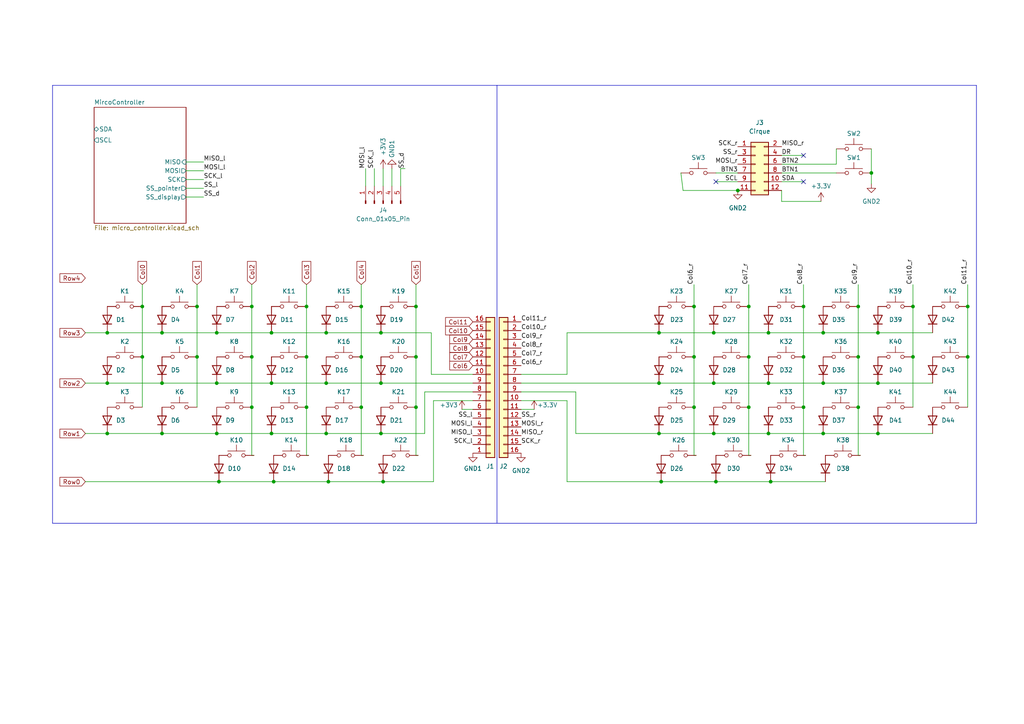
<source format=kicad_sch>
(kicad_sch (version 20230121) (generator eeschema)
  (paper "A4")
  (lib_symbols
    (symbol "Connector:Conn_01x05_Pin" (pin_names (offset 1.016) hide)
      (property "Reference" "J" (at 0 7.62 0))
      (property "Value" "Conn_01x05_Pin" (at 0 -7.62 0))
      (symbol "Conn_01x05_Pin_1_1"
        (polyline (pts (xy 1.27 -5.08) (xy 0.8636 -5.08)) (stroke (width 0.1524)))
        (polyline (pts (xy 1.27 -2.54) (xy 0.8636 -2.54)) (stroke (width 0.1524)))
        (polyline (pts (xy 1.27 0) (xy 0.8636 0)) (stroke (width 0.1524)))
        (polyline (pts (xy 1.27 2.54) (xy 0.8636 2.54)) (stroke (width 0.1524)))
        (polyline (pts (xy 1.27 5.08) (xy 0.8636 5.08)) (stroke (width 0.1524)))
        (rectangle (start 0.8636 -4.953) (end 0 -5.207) (stroke (width 0.1524)) (fill (type outline)))
        (rectangle (start 0.8636 -2.413) (end 0 -2.667) (stroke (width 0.1524)) (fill (type outline)))
        (rectangle (start 0.8636 0.127) (end 0 -0.127) (stroke (width 0.1524)) (fill (type outline)))
        (rectangle (start 0.8636 2.667) (end 0 2.413) (stroke (width 0.1524)) (fill (type outline)))
        (rectangle (start 0.8636 5.207) (end 0 4.953) (stroke (width 0.1524)) (fill (type outline)))
        (pin passive line (at 5.08 5.08 180) (length 3.81) (name "Pin_1") (number "1"))
        (pin passive line (at 5.08 2.54 180) (length 3.81) (name "Pin_2") (number "2"))
        (pin passive line (at 5.08 0 180) (length 3.81) (name "Pin_3") (number "3"))
        (pin passive line (at 5.08 -2.54 180) (length 3.81) (name "Pin_4") (number "4"))
        (pin passive line (at 5.08 -5.08 180) (length 3.81) (name "Pin_5") (number "5"))
      )
    )
    (symbol "Connector_Generic:Conn_01x16" (pin_names (offset 1.016) hide)
      (property "Reference" "J" (at 0 20.32 0))
      (property "Value" "Conn_01x16" (at 0 -22.86 0))
      (symbol "Conn_01x16_1_1"
        (rectangle (start -1.27 -20.193) (end 0 -20.447) (stroke (width 0.1524)))
        (rectangle (start -1.27 -17.653) (end 0 -17.907) (stroke (width 0.1524)))
        (rectangle (start -1.27 -15.113) (end 0 -15.367) (stroke (width 0.1524)))
        (rectangle (start -1.27 -12.573) (end 0 -12.827) (stroke (width 0.1524)))
        (rectangle (start -1.27 -10.033) (end 0 -10.287) (stroke (width 0.1524)))
        (rectangle (start -1.27 -7.493) (end 0 -7.747) (stroke (width 0.1524)))
        (rectangle (start -1.27 -4.953) (end 0 -5.207) (stroke (width 0.1524)))
        (rectangle (start -1.27 -2.413) (end 0 -2.667) (stroke (width 0.1524)))
        (rectangle (start -1.27 0.127) (end 0 -0.127) (stroke (width 0.1524)))
        (rectangle (start -1.27 2.667) (end 0 2.413) (stroke (width 0.1524)))
        (rectangle (start -1.27 5.207) (end 0 4.953) (stroke (width 0.1524)))
        (rectangle (start -1.27 7.747) (end 0 7.493) (stroke (width 0.1524)))
        (rectangle (start -1.27 10.287) (end 0 10.033) (stroke (width 0.1524)))
        (rectangle (start -1.27 12.827) (end 0 12.573) (stroke (width 0.1524)))
        (rectangle (start -1.27 15.367) (end 0 15.113) (stroke (width 0.1524)))
        (rectangle (start -1.27 17.907) (end 0 17.653) (stroke (width 0.1524)))
        (rectangle (start -1.27 19.05) (end 1.27 -21.59) (stroke (width 0.254)) (fill (type background)))
        (pin passive line (at -5.08 17.78 0) (length 3.81) (name "Pin_1") (number "1"))
        (pin passive line (at -5.08 -5.08 0) (length 3.81) (name "Pin_10") (number "10"))
        (pin passive line (at -5.08 -7.62 0) (length 3.81) (name "Pin_11") (number "11"))
        (pin passive line (at -5.08 -10.16 0) (length 3.81) (name "Pin_12") (number "12"))
        (pin passive line (at -5.08 -12.7 0) (length 3.81) (name "Pin_13") (number "13"))
        (pin passive line (at -5.08 -15.24 0) (length 3.81) (name "Pin_14") (number "14"))
        (pin passive line (at -5.08 -17.78 0) (length 3.81) (name "Pin_15") (number "15"))
        (pin passive line (at -5.08 -20.32 0) (length 3.81) (name "Pin_16") (number "16"))
        (pin passive line (at -5.08 15.24 0) (length 3.81) (name "Pin_2") (number "2"))
        (pin passive line (at -5.08 12.7 0) (length 3.81) (name "Pin_3") (number "3"))
        (pin passive line (at -5.08 10.16 0) (length 3.81) (name "Pin_4") (number "4"))
        (pin passive line (at -5.08 7.62 0) (length 3.81) (name "Pin_5") (number "5"))
        (pin passive line (at -5.08 5.08 0) (length 3.81) (name "Pin_6") (number "6"))
        (pin passive line (at -5.08 2.54 0) (length 3.81) (name "Pin_7") (number "7"))
        (pin passive line (at -5.08 0 0) (length 3.81) (name "Pin_8") (number "8"))
        (pin passive line (at -5.08 -2.54 0) (length 3.81) (name "Pin_9") (number "9"))
      )
    )
    (symbol "Connector_Generic:Conn_02x06_Odd_Even" (pin_names (offset 1.016) hide)
      (property "Reference" "J" (at 1.27 7.62 0))
      (property "Value" "Conn_02x06_Odd_Even" (at 1.27 -10.16 0))
      (symbol "Conn_02x06_Odd_Even_1_1"
        (rectangle (start -1.27 -7.493) (end 0 -7.747) (stroke (width 0.1524)))
        (rectangle (start -1.27 -4.953) (end 0 -5.207) (stroke (width 0.1524)))
        (rectangle (start -1.27 -2.413) (end 0 -2.667) (stroke (width 0.1524)))
        (rectangle (start -1.27 0.127) (end 0 -0.127) (stroke (width 0.1524)))
        (rectangle (start -1.27 2.667) (end 0 2.413) (stroke (width 0.1524)))
        (rectangle (start -1.27 5.207) (end 0 4.953) (stroke (width 0.1524)))
        (rectangle (start -1.27 6.35) (end 3.81 -8.89) (stroke (width 0.254)) (fill (type background)))
        (rectangle (start 3.81 -7.493) (end 2.54 -7.747) (stroke (width 0.1524)))
        (rectangle (start 3.81 -4.953) (end 2.54 -5.207) (stroke (width 0.1524)))
        (rectangle (start 3.81 -2.413) (end 2.54 -2.667) (stroke (width 0.1524)))
        (rectangle (start 3.81 0.127) (end 2.54 -0.127) (stroke (width 0.1524)))
        (rectangle (start 3.81 2.667) (end 2.54 2.413) (stroke (width 0.1524)))
        (rectangle (start 3.81 5.207) (end 2.54 4.953) (stroke (width 0.1524)))
        (pin passive line (at -5.08 5.08 0) (length 3.81) (name "Pin_1") (number "1"))
        (pin passive line (at 7.62 -5.08 180) (length 3.81) (name "Pin_10") (number "10"))
        (pin passive line (at -5.08 -7.62 0) (length 3.81) (name "Pin_11") (number "11"))
        (pin passive line (at 7.62 -7.62 180) (length 3.81) (name "Pin_12") (number "12"))
        (pin passive line (at 7.62 5.08 180) (length 3.81) (name "Pin_2") (number "2"))
        (pin passive line (at -5.08 2.54 0) (length 3.81) (name "Pin_3") (number "3"))
        (pin passive line (at 7.62 2.54 180) (length 3.81) (name "Pin_4") (number "4"))
        (pin passive line (at -5.08 0 0) (length 3.81) (name "Pin_5") (number "5"))
        (pin passive line (at 7.62 0 180) (length 3.81) (name "Pin_6") (number "6"))
        (pin passive line (at -5.08 -2.54 0) (length 3.81) (name "Pin_7") (number "7"))
        (pin passive line (at 7.62 -2.54 180) (length 3.81) (name "Pin_8") (number "8"))
        (pin passive line (at -5.08 -5.08 0) (length 3.81) (name "Pin_9") (number "9"))
      )
    )
    (symbol "Diode:1N4148W" (pin_numbers hide) (pin_names hide)
      (property "Reference" "D" (at 0 2.54 0))
      (property "Value" "1N4148W" (at 0 -2.54 0))
      (symbol "1N4148W_0_1"
        (polyline (pts (xy -1.27 1.27) (xy -1.27 -1.27)) (stroke (width 0.254)))
        (polyline (pts (xy 1.27 0) (xy -1.27 0)))
        (polyline (pts (xy 1.27 1.27) (xy 1.27 -1.27) (xy -1.27 0) (xy 1.27 1.27)) (stroke (width 0.254)))
      )
      (symbol "1N4148W_1_1"
        (pin passive line (at -3.81 0 0) (length 2.54) (name "K") (number "1"))
        (pin passive line (at 3.81 0 180) (length 2.54) (name "A") (number "2"))
      )
    )
    (symbol "Switch:SW_Push" (pin_numbers hide) (pin_names (offset 1.016) hide)
      (property "Reference" "SW" (at 1.27 2.54 0))
      (property "Value" "SW_Push" (at 0 -1.524 0))
      (symbol "SW_Push_0_1"
        (circle (center -2.032 0) (radius 0.508))
        (polyline (pts (xy 0 1.27) (xy 0 3.048)))
        (polyline (pts (xy 2.54 1.27) (xy -2.54 1.27)))
        (circle (center 2.032 0) (radius 0.508))
        (pin passive line (at -5.08 0 0) (length 2.54) (name "1") (number "1"))
        (pin passive line (at 5.08 0 180) (length 2.54) (name "2") (number "2"))
      )
    )
    (symbol "power:+3.3V" (power) (pin_names (offset 0))
      (property "Value" "+3.3V" (at 0 3.556 0))
      (symbol "+3.3V_0_1"
        (polyline (pts (xy -0.762 1.27) (xy 0 2.54)))
        (polyline (pts (xy 0 0) (xy 0 2.54)))
        (polyline (pts (xy 0 2.54) (xy 0.762 1.27)))
      )
      (symbol "+3.3V_1_1"
        (pin power_in line (at 0 0 90) (length 0) hide (name "+3.3V") (number "1"))
      )
    )
    (symbol "power:+3V3" (power) (pin_names (offset 0))
      (property "Value" "+3V3" (at 0 3.556 0))
      (symbol "+3V3_0_1"
        (polyline (pts (xy -0.762 1.27) (xy 0 2.54)))
        (polyline (pts (xy 0 0) (xy 0 2.54)))
        (polyline (pts (xy 0 2.54) (xy 0.762 1.27)))
      )
      (symbol "+3V3_1_1"
        (pin power_in line (at 0 0 90) (length 0) hide (name "+3V3") (number "1"))
      )
    )
    (symbol "power:GND1" (power) (pin_names (offset 0))
      (property "Value" "GND1" (at 0 -3.81 0))
      (symbol "GND1_0_1"
        (polyline (pts (xy 0 0) (xy 0 -1.27) (xy 1.27 -1.27) (xy 0 -2.54) (xy -1.27 -1.27) (xy 0 -1.27)))
      )
      (symbol "GND1_1_1"
        (pin power_in line (at 0 0 270) (length 0) hide (name "GND1") (number "1"))
      )
    )
    (symbol "power:GND2" (power) (pin_names (offset 0))
      (property "Value" "GND2" (at 0 -3.81 0))
      (symbol "GND2_0_1"
        (polyline (pts (xy 0 0) (xy 0 -1.27) (xy 1.27 -1.27) (xy 0 -2.54) (xy -1.27 -1.27) (xy 0 -1.27)))
      )
      (symbol "GND2_1_1"
        (pin power_in line (at 0 0 270) (length 0) hide (name "GND2") (number "1"))
      )
    )
  )
  (junction (at 120.65 118.11))
  (junction (at 191.135 111.125))
  (junction (at 94.615 125.73))
  (junction (at 264.795 103.505))
  (junction (at 46.99 111.125))
  (junction (at 94.615 111.125))
  (junction (at 120.65 103.505))
  (junction (at 217.17 118.11))
  (junction (at 233.045 118.11))
  (junction (at 238.76 96.52))
  (junction (at 191.77 139.7))
  (junction (at 73.025 118.11))
  (junction (at 254.635 111.125))
  (junction (at 104.775 88.9))
  (junction (at 78.74 96.52))
  (junction (at 222.885 125.73))
  (junction (at 217.17 103.505))
  (junction (at 207.01 125.73))
  (junction (at 95.25 139.7))
  (junction (at 104.775 103.505))
  (junction (at 31.115 96.52))
  (junction (at 280.67 88.9))
  (junction (at 233.045 103.505))
  (junction (at 238.76 125.73))
  (junction (at 222.885 111.125))
  (junction (at 233.045 88.9))
  (junction (at 222.885 96.52))
  (junction (at 201.295 103.505))
  (junction (at 248.92 118.11))
  (junction (at 79.375 139.7))
  (junction (at 46.99 96.52))
  (junction (at 207.645 139.7))
  (junction (at 248.92 103.505))
  (junction (at 57.15 103.505))
  (junction (at 73.025 103.505))
  (junction (at 41.275 103.505))
  (junction (at 62.865 111.125))
  (junction (at 62.865 125.73))
  (junction (at 46.99 125.73))
  (junction (at 31.115 125.73))
  (junction (at 57.15 88.9))
  (junction (at 248.92 88.9))
  (junction (at 254.635 125.73))
  (junction (at 207.01 111.125))
  (junction (at 73.025 88.9))
  (junction (at 110.49 125.73))
  (junction (at 41.275 88.9))
  (junction (at 280.67 103.505))
  (junction (at 120.65 88.9))
  (junction (at 111.125 139.7))
  (junction (at 264.795 88.9))
  (junction (at 63.5 139.7))
  (junction (at 213.995 55.245))
  (junction (at 223.52 139.7))
  (junction (at 238.76 111.125))
  (junction (at 201.295 118.11))
  (junction (at 252.73 50.165))
  (junction (at 217.17 88.9))
  (junction (at 191.135 96.52))
  (junction (at 31.115 111.125))
  (junction (at 207.01 96.52))
  (junction (at 110.49 111.125))
  (junction (at 110.49 96.52))
  (junction (at 94.615 96.52))
  (junction (at 78.74 125.73))
  (junction (at 88.9 88.9))
  (junction (at 78.74 111.125))
  (junction (at 62.865 96.52))
  (junction (at 88.9 118.11))
  (junction (at 201.295 88.9))
  (junction (at 254.635 96.52))
  (junction (at 191.135 125.73))
  (junction (at 104.775 118.11))
  (junction (at 88.9 103.505))
  (no_connect (at 233.045 52.705))
  (no_connect (at 207.645 52.705))
  (no_connect (at 233.045 45.085))
  (wire (pts (xy 53.975 49.53) (xy 59.055 49.53)))
  (wire (pts (xy 73.025 88.9) (xy 73.025 103.505)))
  (wire (pts (xy 201.295 103.505) (xy 201.295 118.11)))
  (wire (pts (xy 120.65 118.11) (xy 120.65 132.08)))
  (wire (pts (xy 41.275 82.55) (xy 41.275 88.9)))
  (wire (pts (xy 252.73 43.18) (xy 252.73 50.165)))
  (wire (pts (xy 151.13 108.585) (xy 164.465 108.585)))
  (wire (pts (xy 201.295 118.11) (xy 201.295 132.08)))
  (wire (pts (xy 110.49 125.73) (xy 123.19 125.73)))
  (wire (pts (xy 24.765 139.7) (xy 63.5 139.7)))
  (wire (pts (xy 151.13 113.665) (xy 167.005 113.665)))
  (wire (pts (xy 125.095 96.52) (xy 125.095 108.585)))
  (wire (pts (xy 120.65 103.505) (xy 120.65 118.11)))
  (wire (pts (xy 248.92 132.08) (xy 249.555 132.08)))
  (wire (pts (xy 24.765 111.125) (xy 31.115 111.125)))
  (wire (pts (xy 207.01 111.125) (xy 222.885 111.125)))
  (wire (pts (xy 88.9 88.9) (xy 88.9 103.505)))
  (wire (pts (xy 238.76 125.73) (xy 254.635 125.73)))
  (wire (pts (xy 167.005 113.665) (xy 167.005 125.73)))
  (wire (pts (xy 53.975 46.99) (xy 59.055 46.99)))
  (wire (pts (xy 254.635 111.125) (xy 270.51 111.125)))
  (wire (pts (xy 151.13 118.745) (xy 154.94 118.745)))
  (wire (pts (xy 104.775 88.9) (xy 104.775 103.505)))
  (wire (pts (xy 62.865 96.52) (xy 78.74 96.52)))
  (wire (pts (xy 62.865 125.73) (xy 78.74 125.73)))
  (wire (pts (xy 167.005 125.73) (xy 191.135 125.73)))
  (wire (pts (xy 106.045 48.895) (xy 106.045 53.975)))
  (wire (pts (xy 116.205 48.895) (xy 116.205 53.975)))
  (wire (pts (xy 233.045 132.08) (xy 233.68 132.08)))
  (wire (pts (xy 94.615 96.52) (xy 110.49 96.52)))
  (wire (pts (xy 95.25 139.7) (xy 111.125 139.7)))
  (wire (pts (xy 217.17 88.9) (xy 217.17 103.505)))
  (wire (pts (xy 207.01 125.73) (xy 222.885 125.73)))
  (wire (pts (xy 280.67 103.505) (xy 280.67 118.11)))
  (wire (pts (xy 217.17 118.11) (xy 217.17 132.08)))
  (wire (pts (xy 41.275 88.9) (xy 41.275 103.505)))
  (wire (pts (xy 151.13 116.205) (xy 164.465 116.205)))
  (wire (pts (xy 197.485 50.165) (xy 198.12 55.245)))
  (wire (pts (xy 191.77 139.7) (xy 207.645 139.7)))
  (wire (pts (xy 222.885 96.52) (xy 238.76 96.52)))
  (wire (pts (xy 217.17 103.505) (xy 217.17 118.11)))
  (wire (pts (xy 53.975 54.61) (xy 59.055 54.61)))
  (polyline (pts (xy 283.21 151.765) (xy 144.145 151.765)))
  (wire (pts (xy 88.9 132.08) (xy 89.535 132.08)))
  (wire (pts (xy 94.615 111.125) (xy 110.49 111.125)))
  (wire (pts (xy 207.645 50.165) (xy 213.995 50.165)))
  (wire (pts (xy 164.465 108.585) (xy 164.465 96.52)))
  (polyline (pts (xy 144.145 151.13) (xy 144.145 151.765)))
  (wire (pts (xy 217.17 132.08) (xy 217.805 132.08)))
  (wire (pts (xy 222.885 111.125) (xy 238.76 111.125)))
  (wire (pts (xy 191.135 96.52) (xy 207.01 96.52)))
  (wire (pts (xy 94.615 125.73) (xy 110.49 125.73)))
  (wire (pts (xy 31.115 111.125) (xy 46.99 111.125)))
  (wire (pts (xy 113.665 48.895) (xy 113.665 53.975)))
  (wire (pts (xy 104.775 132.08) (xy 105.41 132.08)))
  (wire (pts (xy 73.025 82.55) (xy 73.025 88.9)))
  (wire (pts (xy 111.125 48.895) (xy 111.125 53.975)))
  (wire (pts (xy 264.795 82.55) (xy 264.795 88.9)))
  (wire (pts (xy 201.295 88.9) (xy 201.295 103.505)))
  (wire (pts (xy 88.9 103.505) (xy 88.9 118.11)))
  (wire (pts (xy 46.99 96.52) (xy 62.865 96.52)))
  (wire (pts (xy 46.99 111.125) (xy 62.865 111.125)))
  (wire (pts (xy 264.795 103.505) (xy 264.795 118.11)))
  (wire (pts (xy 73.025 118.11) (xy 73.025 132.08)))
  (wire (pts (xy 191.135 125.73) (xy 207.01 125.73)))
  (wire (pts (xy 280.67 82.55) (xy 280.67 88.9)))
  (wire (pts (xy 252.73 53.34) (xy 252.73 50.165)))
  (wire (pts (xy 78.74 111.125) (xy 94.615 111.125)))
  (wire (pts (xy 207.645 52.705) (xy 213.995 52.705)))
  (wire (pts (xy 57.15 82.55) (xy 57.15 88.9)))
  (wire (pts (xy 63.5 139.7) (xy 79.375 139.7)))
  (wire (pts (xy 57.15 88.9) (xy 57.15 103.505)))
  (wire (pts (xy 233.045 52.705) (xy 226.695 52.705)))
  (wire (pts (xy 217.17 82.55) (xy 217.17 88.9)))
  (wire (pts (xy 104.775 118.11) (xy 104.775 132.08)))
  (wire (pts (xy 238.76 111.125) (xy 254.635 111.125)))
  (wire (pts (xy 110.49 96.52) (xy 125.095 96.52)))
  (wire (pts (xy 191.135 111.125) (xy 207.01 111.125)))
  (wire (pts (xy 222.885 125.73) (xy 238.76 125.73)))
  (wire (pts (xy 201.295 132.08) (xy 201.93 132.08)))
  (wire (pts (xy 254.635 96.52) (xy 270.51 96.52)))
  (wire (pts (xy 125.73 139.7) (xy 125.73 116.205)))
  (wire (pts (xy 248.92 103.505) (xy 248.92 118.11)))
  (wire (pts (xy 73.025 132.08) (xy 73.66 132.08)))
  (wire (pts (xy 226.695 55.245) (xy 226.695 58.42)))
  (wire (pts (xy 201.295 82.55) (xy 201.295 88.9)))
  (wire (pts (xy 120.65 88.9) (xy 120.65 103.505)))
  (wire (pts (xy 46.99 125.73) (xy 62.865 125.73)))
  (wire (pts (xy 104.775 82.55) (xy 104.775 88.9)))
  (polyline (pts (xy 283.21 24.765) (xy 283.21 151.765)))
  (wire (pts (xy 24.765 125.73) (xy 31.115 125.73)))
  (polyline (pts (xy 15.24 151.765) (xy 144.145 151.765)))
  (wire (pts (xy 226.695 47.625) (xy 242.57 47.625)))
  (wire (pts (xy 78.74 125.73) (xy 94.615 125.73)))
  (wire (pts (xy 123.19 125.73) (xy 123.19 113.665)))
  (wire (pts (xy 164.465 116.205) (xy 164.465 139.7)))
  (wire (pts (xy 111.125 139.7) (xy 125.73 139.7)))
  (wire (pts (xy 207.645 139.7) (xy 223.52 139.7)))
  (wire (pts (xy 53.975 57.15) (xy 59.055 57.15)))
  (wire (pts (xy 125.73 116.205) (xy 137.16 116.205)))
  (wire (pts (xy 117.475 48.895) (xy 116.205 48.895)))
  (wire (pts (xy 88.9 82.55) (xy 88.9 88.9)))
  (wire (pts (xy 62.865 111.125) (xy 78.74 111.125)))
  (wire (pts (xy 248.92 82.55) (xy 248.92 88.9)))
  (wire (pts (xy 73.025 103.505) (xy 73.025 118.11)))
  (wire (pts (xy 164.465 139.7) (xy 191.77 139.7)))
  (wire (pts (xy 79.375 139.7) (xy 95.25 139.7)))
  (wire (pts (xy 120.65 82.55) (xy 120.65 88.9)))
  (wire (pts (xy 223.52 139.7) (xy 239.395 139.7)))
  (wire (pts (xy 233.045 88.9) (xy 233.045 103.505)))
  (polyline (pts (xy 144.145 24.765) (xy 283.21 24.765)))
  (wire (pts (xy 88.9 118.11) (xy 88.9 132.08)))
  (wire (pts (xy 31.115 96.52) (xy 46.99 96.52)))
  (wire (pts (xy 108.585 48.895) (xy 108.585 53.975)))
  (wire (pts (xy 226.695 58.42) (xy 238.125 58.42)))
  (wire (pts (xy 133.985 118.745) (xy 137.16 118.745)))
  (wire (pts (xy 110.49 111.125) (xy 137.16 111.125)))
  (wire (pts (xy 264.795 88.9) (xy 264.795 103.505)))
  (wire (pts (xy 233.045 118.11) (xy 233.045 132.08)))
  (wire (pts (xy 24.765 96.52) (xy 31.115 96.52)))
  (polyline (pts (xy 144.145 151.13) (xy 144.145 24.765)))
  (wire (pts (xy 248.92 118.11) (xy 248.92 132.08)))
  (wire (pts (xy 78.74 96.52) (xy 94.615 96.52)))
  (wire (pts (xy 41.275 103.505) (xy 41.275 118.11)))
  (wire (pts (xy 207.01 96.52) (xy 222.885 96.52)))
  (wire (pts (xy 120.65 132.08) (xy 121.285 132.08)))
  (wire (pts (xy 238.76 96.52) (xy 254.635 96.52)))
  (wire (pts (xy 248.92 88.9) (xy 248.92 103.505)))
  (wire (pts (xy 198.12 55.245) (xy 213.995 55.245)))
  (wire (pts (xy 104.775 103.505) (xy 104.775 118.11)))
  (wire (pts (xy 226.695 50.165) (xy 242.57 50.165)))
  (wire (pts (xy 254.635 125.73) (xy 270.51 125.73)))
  (wire (pts (xy 242.57 47.625) (xy 242.57 43.18)))
  (wire (pts (xy 57.15 103.505) (xy 57.15 118.11)))
  (wire (pts (xy 226.695 45.085) (xy 233.045 45.085)))
  (wire (pts (xy 151.13 111.125) (xy 191.135 111.125)))
  (polyline (pts (xy 15.24 24.765) (xy 15.24 151.765)))
  (wire (pts (xy 233.045 82.55) (xy 233.045 88.9)))
  (wire (pts (xy 233.045 103.505) (xy 233.045 118.11)))
  (wire (pts (xy 137.16 108.585) (xy 125.095 108.585)))
  (wire (pts (xy 53.975 52.07) (xy 59.055 52.07)))
  (wire (pts (xy 280.67 88.9) (xy 280.67 103.505)))
  (wire (pts (xy 123.19 113.665) (xy 137.16 113.665)))
  (wire (pts (xy 31.115 125.73) (xy 46.99 125.73)))
  (polyline (pts (xy 144.145 24.765) (xy 15.24 24.765)))
  (wire (pts (xy 164.465 96.52) (xy 191.135 96.52)))
  (label "MOSI_l" (at 59.055 49.53 0))
  (label "SCK_l" (at 108.585 48.895 90))
  (label "Col7_r" (at 151.13 103.505 0))
  (label "MOSI_l" (at 106.045 48.895 90))
  (label "MOSI_r" (at 213.995 47.625 180))
  (label "Col11_r" (at 151.13 93.345 0))
  (label "SCK_r" (at 151.13 128.905 0))
  (label "SS_l" (at 137.16 121.285 180))
  (label "BTN2" (at 226.695 47.625 0))
  (label "SCK_l" (at 137.16 128.905 180))
  (label "SS_l" (at 59.055 54.61 0))
  (label "SS_r" (at 213.995 45.085 180))
  (label "SS_d" (at 59.055 57.15 0))
  (label "Col8_r" (at 233.045 82.55 90))
  (label "DR" (at 226.695 45.085 0))
  (label "MISO_r" (at 226.695 42.545 0))
  (label "MISO_l" (at 137.16 126.365 180))
  (label "Col10_r" (at 151.13 95.885 0))
  (label "MISO_l" (at 59.055 46.99 0))
  (label "Col9_r" (at 151.13 98.425 0))
  (label "Col6_r" (at 201.295 82.55 90))
  (label "Col10_r" (at 264.795 82.55 90))
  (label "SS_d" (at 117.475 48.895 90))
  (label "Col11_r" (at 280.67 82.55 90))
  (label "SCL" (at 213.995 52.705 180))
  (label "SDA" (at 226.695 52.705 0))
  (label "SCK_r" (at 213.995 42.545 180))
  (label "BTN3" (at 213.995 50.165 180))
  (label "Col7_r" (at 217.17 82.55 90))
  (label "SS_r" (at 151.13 121.285 0))
  (label "Col6_r" (at 151.13 106.045 0))
  (label "MISO_r" (at 151.13 126.365 0))
  (label "MOSI_l" (at 137.16 123.825 180))
  (label "Col8_r" (at 151.13 100.965 0))
  (label "SCK_l" (at 59.055 52.07 0))
  (label "Col9_r" (at 248.92 82.55 90))
  (label "MOSI_r" (at 151.13 123.825 0))
  (label "BTN1" (at 226.695 50.165 0))
  (global_label "Col9" (shape input) (at 137.16 98.425 180) (property "Intersheetrefs" "${INTERSHEET_REFS}" (effects hide)))
  (global_label "Row4" (shape input) (at 24.765 80.645 180) (property "Intersheetrefs" "${INTERSHEET_REFS}" (effects hide)))
  (global_label "Col8" (shape input) (at 137.16 100.965 180) (property "Intersheetrefs" "${INTERSHEET_REFS}" (effects hide)))
  (global_label "Row3" (shape input) (at 24.765 96.52 180) (property "Intersheetrefs" "${INTERSHEET_REFS}" (effects hide)))
  (global_label "Col3" (shape input) (at 88.9 82.55 90) (property "Intersheetrefs" "${INTERSHEET_REFS}" (effects hide)))
  (global_label "Col10" (shape input) (at 137.16 95.885 180) (property "Intersheetrefs" "${INTERSHEET_REFS}" (effects hide)))
  (global_label "Col1" (shape input) (at 57.15 82.55 90) (property "Intersheetrefs" "${INTERSHEET_REFS}" (effects hide)))
  (global_label "Col4" (shape input) (at 104.775 82.55 90) (property "Intersheetrefs" "${INTERSHEET_REFS}" (effects hide)))
  (global_label "Row0" (shape input) (at 24.765 139.7 180) (property "Intersheetrefs" "${INTERSHEET_REFS}" (effects hide)))
  (global_label "Col7" (shape input) (at 137.16 103.505 180) (property "Intersheetrefs" "${INTERSHEET_REFS}" (effects hide)))
  (global_label "Col6" (shape input) (at 137.16 106.045 180) (property "Intersheetrefs" "${INTERSHEET_REFS}" (effects hide)))
  (global_label "Row1" (shape input) (at 24.765 125.73 180) (property "Intersheetrefs" "${INTERSHEET_REFS}" (effects hide)))
  (global_label "Col2" (shape input) (at 73.025 82.55 90) (property "Intersheetrefs" "${INTERSHEET_REFS}" (effects hide)))
  (global_label "Col0" (shape input) (at 41.275 82.55 90) (property "Intersheetrefs" "${INTERSHEET_REFS}" (effects hide)))
  (global_label "Col11" (shape input) (at 137.16 93.345 180) (property "Intersheetrefs" "${INTERSHEET_REFS}" (effects hide)))
  (global_label "Row2" (shape input) (at 24.765 111.125 180) (property "Intersheetrefs" "${INTERSHEET_REFS}" (effects hide)))
  (global_label "Col5" (shape input) (at 120.65 82.55 90) (property "Intersheetrefs" "${INTERSHEET_REFS}" (effects hide)))
  (symbol (lib_id "Diode:1N4148W") (at 222.885 92.71 90) (unit 1)
    (property "Reference" "D31" (at 226.06 92.7099 90) (effects (justify right)))
    (property "Value" "1N4148W" (effects hide))
    (property "Footprint" "Diode_SMD:D_SOD-123" (effects hide))
    (property "Datasheet" "https://www.vishay.com/docs/85748/1n4148w.pdf" (effects hide))
  )
  (symbol (lib_id "power:+3.3V") (at 238.125 58.42 0) (unit 1)
    (property "Reference" "#PWR0101" (effects hide))
    (property "Value" "+3.3V" (at 238.125 53.975 0))
  )
  (symbol (lib_id "Switch:SW_Push") (at 227.965 103.505 0) (unit 1)
    (property "Reference" "K32" (at 227.965 99.06 0))
    (property "Value" "SW_Push" (effects hide))
    (property "Footprint" "keyswitches:Kailh_socket_PG1350_1.0u" (effects hide))
  )
  (symbol (lib_id "Switch:SW_Push") (at 275.59 118.11 0) (unit 1)
    (property "Reference" "K44" (at 275.59 113.665 0))
    (property "Value" "SW_Push" (effects hide))
    (property "Footprint" "keyswitches:Kailh_socket_PG1350_1.0u" (effects hide))
  )
  (symbol (lib_id "Switch:SW_Push") (at 115.57 88.9 0) (unit 1)
    (property "Reference" "K19" (at 115.57 84.455 0))
    (property "Value" "SW_Push" (effects hide))
    (property "Footprint" "keyswitches:Kailh_socket_PG1350_1.0u" (effects hide))
  )
  (symbol (lib_id "Switch:SW_Push") (at 243.84 88.9 0) (unit 1)
    (property "Reference" "K35" (at 243.84 84.455 0))
    (property "Value" "SW_Push" (effects hide))
    (property "Footprint" "keyswitches:Kailh_socket_PG1350_1.0u" (effects hide))
  )
  (symbol (lib_id "Switch:SW_Push") (at 244.475 132.08 0) (unit 1)
    (property "Reference" "K38" (at 244.475 127.635 0))
    (property "Value" "SW_Push" (effects hide))
    (property "Footprint" "keyswitches:Kailh_socket_PG1350_1.5u" (effects hide))
  )
  (symbol (lib_id "Switch:SW_Push") (at 259.715 88.9 0) (unit 1)
    (property "Reference" "K39" (at 259.715 84.455 0))
    (property "Value" "SW_Push" (effects hide))
    (property "Footprint" "keyswitches:Kailh_socket_PG1350_1.0u" (effects hide))
  )
  (symbol (lib_id "Switch:SW_Push") (at 67.945 88.9 0) (unit 1)
    (property "Reference" "K7" (at 67.945 84.455 0))
    (property "Value" "SW_Push" (effects hide))
    (property "Footprint" "keyswitches:Kailh_socket_PG1350_1.0u" (effects hide))
  )
  (symbol (lib_id "Diode:1N4148W") (at 222.885 121.92 90) (unit 1)
    (property "Reference" "D33" (at 226.06 121.9199 90) (effects (justify right)))
    (property "Value" "1N4148W" (effects hide))
    (property "Footprint" "Diode_SMD:D_SOD-123" (effects hide))
    (property "Datasheet" "https://www.vishay.com/docs/85748/1n4148w.pdf" (effects hide))
  )
  (symbol (lib_id "Diode:1N4148W") (at 31.115 121.92 90) (unit 1)
    (property "Reference" "D3" (at 33.655 121.9199 90) (effects (justify right)))
    (property "Value" "1N4148W" (effects hide))
    (property "Footprint" "Diode_SMD:D_SOD-123" (effects hide))
    (property "Datasheet" "https://www.vishay.com/docs/85748/1n4148w.pdf" (effects hide))
  )
  (symbol (lib_id "Diode:1N4148W") (at 270.51 107.315 90) (unit 1)
    (property "Reference" "D43" (at 273.05 107.3149 90) (effects (justify right)))
    (property "Value" "1N4148W" (effects hide))
    (property "Footprint" "Diode_SMD:D_SOD-123" (effects hide))
    (property "Datasheet" "https://www.vishay.com/docs/85748/1n4148w.pdf" (effects hide))
  )
  (symbol (lib_id "Diode:1N4148W") (at 110.49 92.71 90) (unit 1)
    (property "Reference" "D19" (at 113.03 92.7099 90) (effects (justify right)))
    (property "Value" "1N4148W" (effects hide))
    (property "Footprint" "Diode_SMD:D_SOD-123" (effects hide))
    (property "Datasheet" "https://www.vishay.com/docs/85748/1n4148w.pdf" (effects hide))
  )
  (symbol (lib_id "Diode:1N4148W") (at 207.01 92.71 90) (unit 1)
    (property "Reference" "D27" (at 209.55 92.7099 90) (effects (justify right)))
    (property "Value" "1N4148W" (effects hide))
    (property "Footprint" "Diode_SMD:D_SOD-123" (effects hide))
    (property "Datasheet" "https://www.vishay.com/docs/85748/1n4148w.pdf" (effects hide))
  )
  (symbol (lib_id "Diode:1N4148W") (at 62.865 107.315 90) (unit 1)
    (property "Reference" "D8" (at 65.405 107.3149 90) (effects (justify right)))
    (property "Value" "1N4148W" (effects hide))
    (property "Footprint" "Diode_SMD:D_SOD-123" (effects hide))
    (property "Datasheet" "https://www.vishay.com/docs/85748/1n4148w.pdf" (effects hide))
  )
  (symbol (lib_id "Diode:1N4148W") (at 78.74 107.315 90) (unit 1)
    (property "Reference" "D12" (at 81.28 107.3149 90) (effects (justify right)))
    (property "Value" "1N4148W" (effects hide))
    (property "Footprint" "Diode_SMD:D_SOD-123" (effects hide))
    (property "Datasheet" "https://www.vishay.com/docs/85748/1n4148w.pdf" (effects hide))
  )
  (symbol (lib_id "Diode:1N4148W") (at 270.51 121.92 90) (unit 1)
    (property "Reference" "D44" (at 273.05 121.9199 90) (effects (justify right)))
    (property "Value" "1N4148W" (effects hide))
    (property "Footprint" "Diode_SMD:D_SOD-123" (effects hide))
    (property "Datasheet" "https://www.vishay.com/docs/85748/1n4148w.pdf" (effects hide))
  )
  (symbol (lib_id "Switch:SW_Push") (at 116.205 132.08 0) (unit 1)
    (property "Reference" "K22" (at 116.205 127.635 0))
    (property "Value" "SW_Push" (effects hide))
    (property "Footprint" "keyswitches:Kailh_socket_PG1350_1.0u" (effects hide))
  )
  (symbol (lib_id "Diode:1N4148W") (at 191.77 135.89 90) (unit 1)
    (property "Reference" "D26" (at 194.31 135.8899 90) (effects (justify right)))
    (property "Value" "1N4148W" (effects hide))
    (property "Footprint" "Diode_SMD:D_SOD-123" (effects hide))
    (property "Datasheet" "https://www.vishay.com/docs/85748/1n4148w.pdf" (effects hide))
  )
  (symbol (lib_id "Connector:Conn_01x05_Pin") (at 111.125 59.055 90) (unit 1)
    (property "Reference" "J4" (at 111.125 60.96 90))
    (property "Value" "Conn_01x05_Pin" (at 111.125 63.5 90))
    (property "Footprint" "Connector_PinHeader_2.00mm:PinHeader_1x05_P2.00mm_Vertical" (effects hide))
  )
  (symbol (lib_id "Switch:SW_Push") (at 247.65 43.18 0) (unit 1)
    (property "Reference" "SW2" (at 247.65 38.735 0))
    (property "Value" "SW_Push" (effects hide))
    (property "Footprint" "Button_Switch_THT:SW_PUSH_6mm_H5mm" (effects hide))
  )
  (symbol (lib_id "Switch:SW_Push") (at 227.965 118.11 0) (unit 1)
    (property "Reference" "K33" (at 227.965 113.665 0))
    (property "Value" "SW_Push" (effects hide))
    (property "Footprint" "keyswitches:Kailh_socket_PG1350_1.0u" (effects hide))
  )
  (symbol (lib_id "Diode:1N4148W") (at 110.49 107.315 90) (unit 1)
    (property "Reference" "D20" (at 113.03 107.3149 90) (effects (justify right)))
    (property "Value" "1N4148W" (effects hide))
    (property "Footprint" "Diode_SMD:D_SOD-123" (effects hide))
    (property "Datasheet" "https://www.vishay.com/docs/85748/1n4148w.pdf" (effects hide))
  )
  (symbol (lib_id "power:GND1") (at 113.665 48.895 180) (unit 1)
    (property "Reference" "#PWR02" (effects hide))
    (property "Value" "GND1" (at 113.665 43.18 90))
  )
  (symbol (lib_id "Diode:1N4148W") (at 79.375 135.89 90) (unit 1)
    (property "Reference" "D14" (at 81.915 135.8899 90) (effects (justify right)))
    (property "Value" "1N4148W" (effects hide))
    (property "Footprint" "Diode_SMD:D_SOD-123" (effects hide))
    (property "Datasheet" "https://www.vishay.com/docs/85748/1n4148w.pdf" (effects hide))
  )
  (symbol (lib_id "Connector_Generic:Conn_01x16") (at 142.24 113.665 0) (mirror x) (unit 1)
    (property "Reference" "J1" (at 140.97 135.255 0) (effects (justify left)))
    (property "Value" "Conn_01x16" (effects hide))
    (property "Footprint" "Connector_FFC-FPC:Molex_200528-0160_1x16-1MP_P1.00mm_Horizontal" (effects hide))
  )
  (symbol (lib_id "Switch:SW_Push") (at 99.695 118.11 0) (unit 1)
    (property "Reference" "K17" (at 99.695 113.665 0))
    (property "Value" "SW_Push" (effects hide))
    (property "Footprint" "keyswitches:Kailh_socket_PG1350_1.0u" (effects hide))
  )
  (symbol (lib_id "Diode:1N4148W") (at 62.865 92.71 90) (unit 1)
    (property "Reference" "D7" (at 65.405 92.7099 90) (effects (justify right)))
    (property "Value" "1N4148W" (effects hide))
    (property "Footprint" "Diode_SMD:D_SOD-123" (effects hide))
    (property "Datasheet" "https://www.vishay.com/docs/85748/1n4148w.pdf" (effects hide))
  )
  (symbol (lib_id "Diode:1N4148W") (at 238.76 92.71 90) (unit 1)
    (property "Reference" "D35" (at 241.3 92.7099 90) (effects (justify right)))
    (property "Value" "1N4148W" (effects hide))
    (property "Footprint" "Diode_SMD:D_SOD-123" (effects hide))
    (property "Datasheet" "https://www.vishay.com/docs/85748/1n4148w.pdf" (effects hide))
  )
  (symbol (lib_id "Diode:1N4148W") (at 270.51 92.71 90) (unit 1)
    (property "Reference" "D42" (at 273.05 92.7099 90) (effects (justify right)))
    (property "Value" "1N4148W" (effects hide))
    (property "Footprint" "Diode_SMD:D_SOD-123" (effects hide))
    (property "Datasheet" "https://www.vishay.com/docs/85748/1n4148w.pdf" (effects hide))
  )
  (symbol (lib_id "Switch:SW_Push") (at 228.6 132.08 0) (unit 1)
    (property "Reference" "K34" (at 228.6 127.635 0))
    (property "Value" "SW_Push" (effects hide))
    (property "Footprint" "keyswitches:Kailh_socket_PG1350_1.0u" (effects hide))
  )
  (symbol (lib_id "Switch:SW_Push") (at 202.565 50.165 0) (mirror y) (unit 1)
    (property "Reference" "SW3" (at 202.565 45.72 0))
    (property "Value" "SW_Push" (effects hide))
    (property "Footprint" "Button_Switch_THT:SW_PUSH_6mm_H5mm" (effects hide))
  )
  (symbol (lib_id "Diode:1N4148W") (at 78.74 92.71 90) (unit 1)
    (property "Reference" "D11" (at 81.28 92.7099 90) (effects (justify right)))
    (property "Value" "1N4148W" (effects hide))
    (property "Footprint" "Diode_SMD:D_SOD-123" (effects hide))
    (property "Datasheet" "https://www.vishay.com/docs/85748/1n4148w.pdf" (effects hide))
  )
  (symbol (lib_id "Diode:1N4148W") (at 110.49 121.92 90) (unit 1)
    (property "Reference" "D21" (at 113.03 121.9199 90) (effects (justify right)))
    (property "Value" "1N4148W" (effects hide))
    (property "Footprint" "Diode_SMD:D_SOD-123" (effects hide))
    (property "Datasheet" "https://www.vishay.com/docs/85748/1n4148w.pdf" (effects hide))
  )
  (symbol (lib_id "Switch:SW_Push") (at 196.215 118.11 0) (unit 1)
    (property "Reference" "K25" (at 196.215 113.665 0))
    (property "Value" "SW_Push" (effects hide))
    (property "Footprint" "keyswitches:Kailh_socket_PG1350_1.0u" (effects hide))
  )
  (symbol (lib_id "Switch:SW_Push") (at 275.59 88.9 0) (unit 1)
    (property "Reference" "K42" (at 275.59 84.455 0))
    (property "Value" "SW_Push" (effects hide))
    (property "Footprint" "keyswitches:Kailh_socket_PG1350_1.0u" (effects hide))
  )
  (symbol (lib_id "Switch:SW_Push") (at 275.59 103.505 0) (unit 1)
    (property "Reference" "K43" (at 275.59 99.06 0))
    (property "Value" "SW_Push" (effects hide))
    (property "Footprint" "keyswitches:Kailh_socket_PG1350_1.0u" (effects hide))
  )
  (symbol (lib_id "Switch:SW_Push") (at 115.57 118.11 0) (unit 1)
    (property "Reference" "K21" (at 115.57 113.665 0))
    (property "Value" "SW_Push" (effects hide))
    (property "Footprint" "keyswitches:Kailh_socket_PG1350_1.0u" (effects hide))
  )
  (symbol (lib_id "power:GND2") (at 151.13 131.445 0) (unit 1)
    (property "Reference" "#PWR0106" (effects hide))
    (property "Value" "GND2" (at 151.13 136.525 0))
  )
  (symbol (lib_id "Diode:1N4148W") (at 46.99 121.92 90) (unit 1)
    (property "Reference" "D6" (at 49.53 121.9199 90) (effects (justify right)))
    (property "Value" "1N4148W" (effects hide))
    (property "Footprint" "Diode_SMD:D_SOD-123" (effects hide))
    (property "Datasheet" "https://www.vishay.com/docs/85748/1n4148w.pdf" (effects hide))
  )
  (symbol (lib_id "Switch:SW_Push") (at 196.215 103.505 0) (unit 1)
    (property "Reference" "K24" (at 196.215 99.06 0))
    (property "Value" "SW_Push" (effects hide))
    (property "Footprint" "keyswitches:Kailh_socket_PG1350_1.0u" (effects hide))
  )
  (symbol (lib_id "Switch:SW_Push") (at 99.695 88.9 0) (unit 1)
    (property "Reference" "K15" (at 99.695 84.455 0))
    (property "Value" "SW_Push" (effects hide))
    (property "Footprint" "keyswitches:Kailh_socket_PG1350_1.0u" (effects hide))
  )
  (symbol (lib_id "Switch:SW_Push") (at 36.195 88.9 0) (unit 1)
    (property "Reference" "K1" (at 36.195 84.455 0))
    (property "Value" "SW_Push" (effects hide))
    (property "Footprint" "keyswitches:Kailh_socket_PG1350_1.0u" (effects hide))
  )
  (symbol (lib_id "Diode:1N4148W") (at 191.135 121.92 90) (unit 1)
    (property "Reference" "D25" (at 194.31 121.9199 90) (effects (justify right)))
    (property "Value" "1N4148W" (effects hide))
    (property "Footprint" "Diode_SMD:D_SOD-123" (effects hide))
    (property "Datasheet" "https://www.vishay.com/docs/85748/1n4148w.pdf" (effects hide))
  )
  (symbol (lib_id "Diode:1N4148W") (at 95.25 135.89 90) (unit 1)
    (property "Reference" "D18" (at 97.79 135.8899 90) (effects (justify right)))
    (property "Value" "1N4148W" (effects hide))
    (property "Footprint" "Diode_SMD:D_SOD-123" (effects hide))
    (property "Datasheet" "https://www.vishay.com/docs/85748/1n4148w.pdf" (effects hide))
  )
  (symbol (lib_id "Diode:1N4148W") (at 223.52 135.89 90) (unit 1)
    (property "Reference" "D34" (at 226.06 135.8899 90) (effects (justify right)))
    (property "Value" "1N4148W" (effects hide))
    (property "Footprint" "Diode_SMD:D_SOD-123" (effects hide))
    (property "Datasheet" "https://www.vishay.com/docs/85748/1n4148w.pdf" (effects hide))
  )
  (symbol (lib_id "power:+3V3") (at 133.985 118.745 0) (unit 1)
    (property "Reference" "#PWR0105" (effects hide))
    (property "Value" "+3V3" (at 130.175 117.475 0))
  )
  (symbol (lib_id "Diode:1N4148W") (at 254.635 92.71 90) (unit 1)
    (property "Reference" "D39" (at 257.81 92.7099 90) (effects (justify right)))
    (property "Value" "1N4148W" (effects hide))
    (property "Footprint" "Diode_SMD:D_SOD-123" (effects hide))
    (property "Datasheet" "https://www.vishay.com/docs/85748/1n4148w.pdf" (effects hide))
  )
  (symbol (lib_id "Switch:SW_Push") (at 243.84 118.11 0) (unit 1)
    (property "Reference" "K37" (at 243.84 113.665 0))
    (property "Value" "SW_Push" (effects hide))
    (property "Footprint" "keyswitches:Kailh_socket_PG1350_1.0u" (effects hide))
  )
  (symbol (lib_id "Switch:SW_Push") (at 247.65 50.165 0) (unit 1)
    (property "Reference" "SW1" (at 247.65 45.72 0))
    (property "Value" "SW_Push" (effects hide))
    (property "Footprint" "Button_Switch_THT:SW_PUSH_6mm_H5mm" (effects hide))
  )
  (symbol (lib_id "Switch:SW_Push") (at 83.82 103.505 0) (unit 1)
    (property "Reference" "K12" (at 83.82 99.06 0))
    (property "Value" "SW_Push" (effects hide))
    (property "Footprint" "keyswitches:Kailh_socket_PG1350_1.0u" (effects hide))
  )
  (symbol (lib_id "Connector_Generic:Conn_02x06_Odd_Even") (at 219.075 47.625 0) (unit 1)
    (property "Reference" "J3" (at 220.345 35.56 0))
    (property "Value" "Cirque" (at 220.345 38.1 0))
    (property "Footprint" "Connector_FFC-FPC:Hirose_FH12-12S-0.5SH_1x12-1MP_P0.50mm_Horizontal" (effects hide))
  )
  (symbol (lib_id "Switch:SW_Push") (at 212.725 132.08 0) (unit 1)
    (property "Reference" "K30" (at 212.725 127.635 0))
    (property "Value" "SW_Push" (effects hide))
    (property "Footprint" "keyswitches:Kailh_socket_PG1350_1.5u" (effects hide))
  )
  (symbol (lib_id "Switch:SW_Push") (at 212.09 88.9 0) (unit 1)
    (property "Reference" "K27" (at 212.09 84.455 0))
    (property "Value" "SW_Push" (effects hide))
    (property "Footprint" "keyswitches:Kailh_socket_PG1350_1.0u" (effects hide))
  )
  (symbol (lib_id "Switch:SW_Push") (at 36.195 118.11 0) (unit 1)
    (property "Reference" "K3" (at 36.195 113.665 0))
    (property "Value" "SW_Push" (effects hide))
    (property "Footprint" "keyswitches:Kailh_socket_PG1350_1.0u" (effects hide))
  )
  (symbol (lib_id "Diode:1N4148W") (at 238.76 107.315 90) (unit 1)
    (property "Reference" "D36" (at 241.3 107.3149 90) (effects (justify right)))
    (property "Value" "1N4148W" (effects hide))
    (property "Footprint" "Diode_SMD:D_SOD-123" (effects hide))
    (property "Datasheet" "https://www.vishay.com/docs/85748/1n4148w.pdf" (effects hide))
  )
  (symbol (lib_id "Diode:1N4148W") (at 238.76 121.92 90) (unit 1)
    (property "Reference" "D37" (at 241.3 121.9199 90) (effects (justify right)))
    (property "Value" "1N4148W" (effects hide))
    (property "Footprint" "Diode_SMD:D_SOD-123" (effects hide))
    (property "Datasheet" "https://www.vishay.com/docs/85748/1n4148w.pdf" (effects hide))
  )
  (symbol (lib_id "Switch:SW_Push") (at 243.84 103.505 0) (unit 1)
    (property "Reference" "K36" (at 243.84 99.06 0))
    (property "Value" "SW_Push" (effects hide))
    (property "Footprint" "keyswitches:Kailh_socket_PG1350_1.0u" (effects hide))
  )
  (symbol (lib_id "Diode:1N4148W") (at 31.115 107.315 90) (unit 1)
    (property "Reference" "D2" (at 33.655 107.3149 90) (effects (justify right)))
    (property "Value" "1N4148W" (effects hide))
    (property "Footprint" "Diode_SMD:D_SOD-123" (effects hide))
    (property "Datasheet" "https://www.vishay.com/docs/85748/1n4148w.pdf" (effects hide))
  )
  (symbol (lib_id "Switch:SW_Push") (at 68.58 132.08 0) (unit 1)
    (property "Reference" "K10" (at 68.58 127.635 0))
    (property "Value" "SW_Push" (effects hide))
    (property "Footprint" "keyswitches:Kailh_socket_PG1350_1.5u" (effects hide))
  )
  (symbol (lib_id "Switch:SW_Push") (at 196.85 132.08 0) (unit 1)
    (property "Reference" "K26" (at 196.85 127.635 0))
    (property "Value" "SW_Push" (effects hide))
    (property "Footprint" "keyswitches:Kailh_socket_PG1350_1.0u" (effects hide))
  )
  (symbol (lib_id "Switch:SW_Push") (at 52.07 103.505 0) (unit 1)
    (property "Reference" "K5" (at 52.07 99.06 0))
    (property "Value" "SW_Push" (effects hide))
    (property "Footprint" "keyswitches:Kailh_socket_PG1350_1.0u" (effects hide))
  )
  (symbol (lib_id "Diode:1N4148W") (at 46.99 92.71 90) (unit 1)
    (property "Reference" "D4" (at 49.53 92.7099 90) (effects (justify right)))
    (property "Value" "1N4148W" (effects hide))
    (property "Footprint" "Diode_SMD:D_SOD-123" (effects hide))
    (property "Datasheet" "https://www.vishay.com/docs/85748/1n4148w.pdf" (effects hide))
  )
  (symbol (lib_id "Switch:SW_Push") (at 196.215 88.9 0) (unit 1)
    (property "Reference" "K23" (at 196.215 84.455 0))
    (property "Value" "SW_Push" (effects hide))
    (property "Footprint" "keyswitches:Kailh_socket_PG1350_1.0u" (effects hide))
  )
  (symbol (lib_id "Diode:1N4148W") (at 31.115 92.71 90) (unit 1)
    (property "Reference" "D1" (at 33.655 92.7099 90) (effects (justify right)))
    (property "Value" "1N4148W" (effects hide))
    (property "Footprint" "Diode_SMD:D_SOD-123" (effects hide))
    (property "Datasheet" "https://www.vishay.com/docs/85748/1n4148w.pdf" (effects hide))
  )
  (symbol (lib_id "Diode:1N4148W") (at 191.135 107.315 90) (unit 1)
    (property "Reference" "D24" (at 194.31 107.3149 90) (effects (justify right)))
    (property "Value" "1N4148W" (effects hide))
    (property "Footprint" "Diode_SMD:D_SOD-123" (effects hide))
    (property "Datasheet" "https://www.vishay.com/docs/85748/1n4148w.pdf" (effects hide))
  )
  (symbol (lib_id "Switch:SW_Push") (at 67.945 118.11 0) (unit 1)
    (property "Reference" "K9" (at 67.945 113.665 0))
    (property "Value" "SW_Push" (effects hide))
    (property "Footprint" "keyswitches:Kailh_socket_PG1350_1.0u" (effects hide))
  )
  (symbol (lib_id "Diode:1N4148W") (at 94.615 107.315 90) (unit 1)
    (property "Reference" "D16" (at 97.155 107.3149 90) (effects (justify right)))
    (property "Value" "1N4148W" (effects hide))
    (property "Footprint" "Diode_SMD:D_SOD-123" (effects hide))
    (property "Datasheet" "https://www.vishay.com/docs/85748/1n4148w.pdf" (effects hide))
  )
  (symbol (lib_id "Switch:SW_Push") (at 259.715 103.505 0) (unit 1)
    (property "Reference" "K40" (at 259.715 99.06 0))
    (property "Value" "SW_Push" (effects hide))
    (property "Footprint" "keyswitches:Kailh_socket_PG1350_1.0u" (effects hide))
  )
  (symbol (lib_id "Diode:1N4148W") (at 207.01 107.315 90) (unit 1)
    (property "Reference" "D28" (at 209.55 107.3149 90) (effects (justify right)))
    (property "Value" "1N4148W" (effects hide))
    (property "Footprint" "Diode_SMD:D_SOD-123" (effects hide))
    (property "Datasheet" "https://www.vishay.com/docs/85748/1n4148w.pdf" (effects hide))
  )
  (symbol (lib_id "Switch:SW_Push") (at 67.945 103.505 0) (unit 1)
    (property "Reference" "K8" (at 67.945 99.06 0))
    (property "Value" "SW_Push" (effects hide))
    (property "Footprint" "keyswitches:Kailh_socket_PG1350_1.0u" (effects hide))
  )
  (symbol (lib_id "Switch:SW_Push") (at 259.715 118.11 0) (unit 1)
    (property "Reference" "K41" (at 259.715 113.665 0))
    (property "Value" "SW_Push" (effects hide))
    (property "Footprint" "keyswitches:Kailh_socket_PG1350_1.0u" (effects hide))
  )
  (symbol (lib_id "Diode:1N4148W") (at 78.74 121.92 90) (unit 1)
    (property "Reference" "D13" (at 81.28 121.9199 90) (effects (justify right)))
    (property "Value" "1N4148W" (effects hide))
    (property "Footprint" "Diode_SMD:D_SOD-123" (effects hide))
    (property "Datasheet" "https://www.vishay.com/docs/85748/1n4148w.pdf" (effects hide))
  )
  (symbol (lib_id "Diode:1N4148W") (at 62.865 121.92 90) (unit 1)
    (property "Reference" "D9" (at 65.405 121.9199 90) (effects (justify right)))
    (property "Value" "1N4148W" (effects hide))
    (property "Footprint" "Diode_SMD:D_SOD-123" (effects hide))
    (property "Datasheet" "https://www.vishay.com/docs/85748/1n4148w.pdf" (effects hide))
  )
  (symbol (lib_id "power:GND2") (at 213.995 55.245 0) (unit 1)
    (property "Reference" "#PWR0108" (effects hide))
    (property "Value" "GND2" (at 213.995 60.325 0))
  )
  (symbol (lib_id "Diode:1N4148W") (at 94.615 121.92 90) (unit 1)
    (property "Reference" "D17" (at 97.155 121.9199 90) (effects (justify right)))
    (property "Value" "1N4148W" (effects hide))
    (property "Footprint" "Diode_SMD:D_SOD-123" (effects hide))
    (property "Datasheet" "https://www.vishay.com/docs/85748/1n4148w.pdf" (effects hide))
  )
  (symbol (lib_id "Switch:SW_Push") (at 52.07 118.11 0) (unit 1)
    (property "Reference" "K6" (at 52.07 113.665 0))
    (property "Value" "SW_Push" (effects hide))
    (property "Footprint" "keyswitches:Kailh_socket_PG1350_1.0u" (effects hide))
  )
  (symbol (lib_id "Diode:1N4148W") (at 239.395 135.89 90) (unit 1)
    (property "Reference" "D38" (at 242.57 135.8899 90) (effects (justify right)))
    (property "Value" "1N4148W" (effects hide))
    (property "Footprint" "Diode_SMD:D_SOD-123" (effects hide))
    (property "Datasheet" "https://www.vishay.com/docs/85748/1n4148w.pdf" (effects hide))
  )
  (symbol (lib_id "Diode:1N4148W") (at 46.99 107.315 90) (unit 1)
    (property "Reference" "D5" (at 49.53 107.3149 90) (effects (justify right)))
    (property "Value" "1N4148W" (effects hide))
    (property "Footprint" "Diode_SMD:D_SOD-123" (effects hide))
    (property "Datasheet" "https://www.vishay.com/docs/85748/1n4148w.pdf" (effects hide))
  )
  (symbol (lib_id "Diode:1N4148W") (at 207.01 121.92 90) (unit 1)
    (property "Reference" "D29" (at 209.55 121.9199 90) (effects (justify right)))
    (property "Value" "1N4148W" (effects hide))
    (property "Footprint" "Diode_SMD:D_SOD-123" (effects hide))
    (property "Datasheet" "https://www.vishay.com/docs/85748/1n4148w.pdf" (effects hide))
  )
  (symbol (lib_id "Switch:SW_Push") (at 36.195 103.505 0) (unit 1)
    (property "Reference" "K2" (at 36.195 99.06 0))
    (property "Value" "SW_Push" (effects hide))
    (property "Footprint" "keyswitches:Kailh_socket_PG1350_1.0u" (effects hide))
  )
  (symbol (lib_id "Switch:SW_Push") (at 52.07 88.9 0) (unit 1)
    (property "Reference" "K4" (at 52.07 84.455 0))
    (property "Value" "SW_Push" (effects hide))
    (property "Footprint" "keyswitches:Kailh_socket_PG1350_1.0u" (effects hide))
  )
  (symbol (lib_id "Diode:1N4148W") (at 111.125 135.89 90) (unit 1)
    (property "Reference" "D22" (at 113.665 135.8899 90) (effects (justify right)))
    (property "Value" "1N4148W" (effects hide))
    (property "Footprint" "Diode_SMD:D_SOD-123" (effects hide))
    (property "Datasheet" "https://www.vishay.com/docs/85748/1n4148w.pdf" (effects hide))
  )
  (symbol (lib_id "Switch:SW_Push") (at 83.82 88.9 0) (unit 1)
    (property "Reference" "K11" (at 83.82 84.455 0))
    (property "Value" "SW_Push" (effects hide))
    (property "Footprint" "keyswitches:Kailh_socket_PG1350_1.0u" (effects hide))
  )
  (symbol (lib_id "Diode:1N4148W") (at 222.885 107.315 90) (unit 1)
    (property "Reference" "D32" (at 226.06 107.3149 90) (effects (justify right)))
    (property "Value" "1N4148W" (effects hide))
    (property "Footprint" "Diode_SMD:D_SOD-123" (effects hide))
    (property "Datasheet" "https://www.vishay.com/docs/85748/1n4148w.pdf" (effects hide))
  )
  (symbol (lib_id "power:+3.3V") (at 154.94 118.745 0) (unit 1)
    (property "Reference" "#PWR0104" (effects hide))
    (property "Value" "+3.3V" (at 158.75 117.475 0))
  )
  (symbol (lib_id "Diode:1N4148W") (at 191.135 92.71 90) (unit 1)
    (property "Reference" "D23" (at 194.31 92.7099 90) (effects (justify right)))
    (property "Value" "1N4148W" (effects hide))
    (property "Footprint" "Diode_SMD:D_SOD-123" (effects hide))
    (property "Datasheet" "https://www.vishay.com/docs/85748/1n4148w.pdf" (effects hide))
  )
  (symbol (lib_id "Switch:SW_Push") (at 212.09 118.11 0) (unit 1)
    (property "Reference" "K29" (at 212.09 113.665 0))
    (property "Value" "SW_Push" (effects hide))
    (property "Footprint" "keyswitches:Kailh_socket_PG1350_1.0u" (effects hide))
  )
  (symbol (lib_id "power:GND1") (at 137.16 131.445 0) (unit 1)
    (property "Reference" "#PWR0107" (effects hide))
    (property "Value" "GND1" (at 137.16 135.89 0))
  )
  (symbol (lib_id "Diode:1N4148W") (at 254.635 107.315 90) (unit 1)
    (property "Reference" "D40" (at 257.81 107.3149 90) (effects (justify right)))
    (property "Value" "1N4148W" (effects hide))
    (property "Footprint" "Diode_SMD:D_SOD-123" (effects hide))
    (property "Datasheet" "https://www.vishay.com/docs/85748/1n4148w.pdf" (effects hide))
  )
  (symbol (lib_id "Switch:SW_Push") (at 212.09 103.505 0) (unit 1)
    (property "Reference" "K28" (at 212.09 99.06 0))
    (property "Value" "SW_Push" (effects hide))
    (property "Footprint" "keyswitches:Kailh_socket_PG1350_1.0u" (effects hide))
  )
  (symbol (lib_id "Connector_Generic:Conn_01x16") (at 146.05 111.125 0) (mirror y) (unit 1)
    (property "Reference" "J2" (at 146.05 135.255 0))
    (property "Value" "Conn_01x16" (effects hide))
    (property "Footprint" "Connector_FFC-FPC:Molex_200528-0160_1x16-1MP_P1.00mm_Horizontal" (effects hide))
  )
  (symbol (lib_id "Switch:SW_Push") (at 115.57 103.505 0) (unit 1)
    (property "Reference" "K20" (at 115.57 99.06 0))
    (property "Value" "SW_Push" (effects hide))
    (property "Footprint" "keyswitches:Kailh_socket_PG1350_1.0u" (effects hide))
  )
  (symbol (lib_id "power:+3V3") (at 111.125 48.895 0) (unit 1)
    (property "Reference" "#PWR01" (effects hide))
    (property "Value" "+3V3" (at 111.125 42.545 90))
  )
  (symbol (lib_id "Diode:1N4148W") (at 94.615 92.71 90) (unit 1)
    (property "Reference" "D15" (at 97.155 92.7099 90) (effects (justify right)))
    (property "Value" "1N4148W" (effects hide))
    (property "Footprint" "Diode_SMD:D_SOD-123" (effects hide))
    (property "Datasheet" "https://www.vishay.com/docs/85748/1n4148w.pdf" (effects hide))
  )
  (symbol (lib_id "Switch:SW_Push") (at 99.695 103.505 0) (unit 1)
    (property "Reference" "K16" (at 99.695 99.06 0))
    (property "Value" "SW_Push" (effects hide))
    (property "Footprint" "keyswitches:Kailh_socket_PG1350_1.0u" (effects hide))
  )
  (symbol (lib_id "Diode:1N4148W") (at 207.645 135.89 90) (unit 1)
    (property "Reference" "D30" (at 210.82 135.8899 90) (effects (justify right)))
    (property "Value" "1N4148W" (effects hide))
    (property "Footprint" "Diode_SMD:D_SOD-123" (effects hide))
    (property "Datasheet" "https://www.vishay.com/docs/85748/1n4148w.pdf" (effects hide))
  )
  (symbol (lib_id "Switch:SW_Push") (at 227.965 88.9 0) (unit 1)
    (property "Reference" "K31" (at 227.965 84.455 0))
    (property "Value" "SW_Push" (effects hide))
    (property "Footprint" "keyswitches:Kailh_socket_PG1350_1.0u" (effects hide))
  )
  (symbol (lib_id "Switch:SW_Push") (at 100.33 132.08 0) (unit 1)
    (property "Reference" "K18" (at 100.33 127.635 0))
    (property "Value" "SW_Push" (effects hide))
    (property "Footprint" "keyswitches:Kailh_socket_PG1350_1.5u" (effects hide))
  )
  (symbol (lib_id "Diode:1N4148W") (at 63.5 135.89 90) (unit 1)
    (property "Reference" "D10" (at 66.04 135.8899 90) (effects (justify right)))
    (property "Value" "1N4148W" (effects hide))
    (property "Footprint" "Diode_SMD:D_SOD-123" (effects hide))
    (property "Datasheet" "https://www.vishay.com/docs/85748/1n4148w.pdf" (effects hide))
  )
  (symbol (lib_id "Switch:SW_Push") (at 84.455 132.08 0) (unit 1)
    (property "Reference" "K14" (at 84.455 127.635 0))
    (property "Value" "SW_Push" (effects hide))
    (property "Footprint" "keyswitches:Kailh_socket_PG1350_1.0u" (effects hide))
  )
  (symbol (lib_id "Switch:SW_Push") (at 83.82 118.11 0) (unit 1)
    (property "Reference" "K13" (at 83.82 113.665 0))
    (property "Value" "SW_Push" (effects hide))
    (property "Footprint" "keyswitches:Kailh_socket_PG1350_1.0u" (effects hide))
  )
  (symbol (lib_id "Diode:1N4148W") (at 254.635 121.92 90) (unit 1)
    (property "Reference" "D41" (at 257.81 121.9199 90) (effects (justify right)))
    (property "Value" "1N4148W" (effects hide))
    (property "Footprint" "Diode_SMD:D_SOD-123" (effects hide))
    (property "Datasheet" "https://www.vishay.com/docs/85748/1n4148w.pdf" (effects hide))
  )
  (symbol (lib_id "power:GND2") (at 252.73 53.34 0) (unit 1)
    (property "Reference" "#PWR0111" (effects hide))
    (property "Value" "GND2" (at 252.73 58.42 0))
  )
  (sheet (at 27.305 31.115) (size 26.67 33.655) (stroke (width 0.1524))
    (property "Sheetname" "MircoController" (at 27.305 30.4034 0) (effects (justify left bottom)))
    (property "Sheetfile" "micro_controller.kicad_sch" (at 27.305 65.3546 0) (effects (justify left top)))
    (pin "SDA" bidirectional (at 27.305 37.465 180))
    (pin "SCL" output (at 27.305 40.64 180))
    (pin "SS_display" output (at 53.975 57.15 0))
    (pin "MISO" input (at 53.975 46.99 0))
    (pin "MOSI" output (at 53.975 49.53 0))
    (pin "SCK" output (at 53.975 52.07 0))
    (pin "SS_pointer" output (at 53.975 54.61 0))
  )
)
</source>
